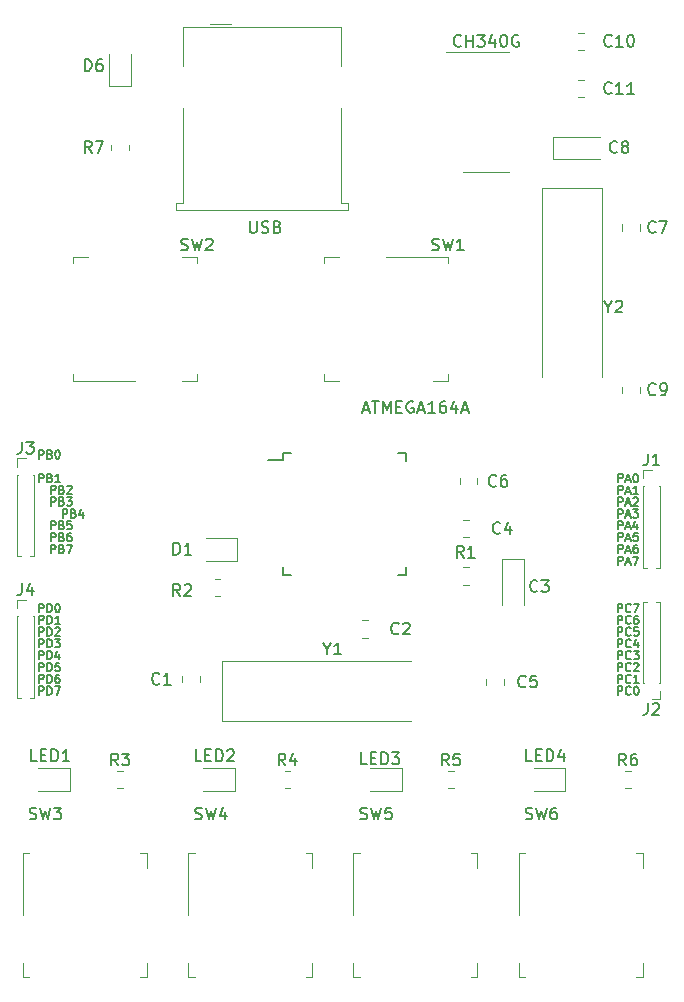
<source format=gbr>
%TF.GenerationSoftware,KiCad,Pcbnew,(6.0.5)*%
%TF.CreationDate,2022-06-16T01:18:26+03:00*%
%TF.ProjectId,P2_Neata_Adrian+Radulescu,50325f4e-6561-4746-915f-41647269616e,rev?*%
%TF.SameCoordinates,Original*%
%TF.FileFunction,Legend,Top*%
%TF.FilePolarity,Positive*%
%FSLAX46Y46*%
G04 Gerber Fmt 4.6, Leading zero omitted, Abs format (unit mm)*
G04 Created by KiCad (PCBNEW (6.0.5)) date 2022-06-16 01:18:26*
%MOMM*%
%LPD*%
G01*
G04 APERTURE LIST*
%ADD10C,0.150000*%
%ADD11C,0.120000*%
G04 APERTURE END LIST*
D10*
X41133333Y-95316666D02*
X41133333Y-94616666D01*
X41400000Y-94616666D01*
X41466666Y-94650000D01*
X41500000Y-94683333D01*
X41533333Y-94750000D01*
X41533333Y-94850000D01*
X41500000Y-94916666D01*
X41466666Y-94950000D01*
X41400000Y-94983333D01*
X41133333Y-94983333D01*
X41833333Y-95316666D02*
X41833333Y-94616666D01*
X42000000Y-94616666D01*
X42100000Y-94650000D01*
X42166666Y-94716666D01*
X42200000Y-94783333D01*
X42233333Y-94916666D01*
X42233333Y-95016666D01*
X42200000Y-95150000D01*
X42166666Y-95216666D01*
X42100000Y-95283333D01*
X42000000Y-95316666D01*
X41833333Y-95316666D01*
X42900000Y-95316666D02*
X42500000Y-95316666D01*
X42700000Y-95316666D02*
X42700000Y-94616666D01*
X42633333Y-94716666D01*
X42566666Y-94783333D01*
X42500000Y-94816666D01*
X41133333Y-100316666D02*
X41133333Y-99616666D01*
X41400000Y-99616666D01*
X41466666Y-99650000D01*
X41500000Y-99683333D01*
X41533333Y-99750000D01*
X41533333Y-99850000D01*
X41500000Y-99916666D01*
X41466666Y-99950000D01*
X41400000Y-99983333D01*
X41133333Y-99983333D01*
X41833333Y-100316666D02*
X41833333Y-99616666D01*
X42000000Y-99616666D01*
X42100000Y-99650000D01*
X42166666Y-99716666D01*
X42200000Y-99783333D01*
X42233333Y-99916666D01*
X42233333Y-100016666D01*
X42200000Y-100150000D01*
X42166666Y-100216666D01*
X42100000Y-100283333D01*
X42000000Y-100316666D01*
X41833333Y-100316666D01*
X42833333Y-99616666D02*
X42700000Y-99616666D01*
X42633333Y-99650000D01*
X42600000Y-99683333D01*
X42533333Y-99783333D01*
X42500000Y-99916666D01*
X42500000Y-100183333D01*
X42533333Y-100250000D01*
X42566666Y-100283333D01*
X42633333Y-100316666D01*
X42766666Y-100316666D01*
X42833333Y-100283333D01*
X42866666Y-100250000D01*
X42900000Y-100183333D01*
X42900000Y-100016666D01*
X42866666Y-99950000D01*
X42833333Y-99916666D01*
X42766666Y-99883333D01*
X42633333Y-99883333D01*
X42566666Y-99916666D01*
X42533333Y-99950000D01*
X42500000Y-100016666D01*
X41133333Y-97316666D02*
X41133333Y-96616666D01*
X41400000Y-96616666D01*
X41466666Y-96650000D01*
X41500000Y-96683333D01*
X41533333Y-96750000D01*
X41533333Y-96850000D01*
X41500000Y-96916666D01*
X41466666Y-96950000D01*
X41400000Y-96983333D01*
X41133333Y-96983333D01*
X41833333Y-97316666D02*
X41833333Y-96616666D01*
X42000000Y-96616666D01*
X42100000Y-96650000D01*
X42166666Y-96716666D01*
X42200000Y-96783333D01*
X42233333Y-96916666D01*
X42233333Y-97016666D01*
X42200000Y-97150000D01*
X42166666Y-97216666D01*
X42100000Y-97283333D01*
X42000000Y-97316666D01*
X41833333Y-97316666D01*
X42466666Y-96616666D02*
X42900000Y-96616666D01*
X42666666Y-96883333D01*
X42766666Y-96883333D01*
X42833333Y-96916666D01*
X42866666Y-96950000D01*
X42900000Y-97016666D01*
X42900000Y-97183333D01*
X42866666Y-97250000D01*
X42833333Y-97283333D01*
X42766666Y-97316666D01*
X42566666Y-97316666D01*
X42500000Y-97283333D01*
X42466666Y-97250000D01*
X41133333Y-101316666D02*
X41133333Y-100616666D01*
X41400000Y-100616666D01*
X41466666Y-100650000D01*
X41500000Y-100683333D01*
X41533333Y-100750000D01*
X41533333Y-100850000D01*
X41500000Y-100916666D01*
X41466666Y-100950000D01*
X41400000Y-100983333D01*
X41133333Y-100983333D01*
X41833333Y-101316666D02*
X41833333Y-100616666D01*
X42000000Y-100616666D01*
X42100000Y-100650000D01*
X42166666Y-100716666D01*
X42200000Y-100783333D01*
X42233333Y-100916666D01*
X42233333Y-101016666D01*
X42200000Y-101150000D01*
X42166666Y-101216666D01*
X42100000Y-101283333D01*
X42000000Y-101316666D01*
X41833333Y-101316666D01*
X42466666Y-100616666D02*
X42933333Y-100616666D01*
X42633333Y-101316666D01*
X41133333Y-99316666D02*
X41133333Y-98616666D01*
X41400000Y-98616666D01*
X41466666Y-98650000D01*
X41500000Y-98683333D01*
X41533333Y-98750000D01*
X41533333Y-98850000D01*
X41500000Y-98916666D01*
X41466666Y-98950000D01*
X41400000Y-98983333D01*
X41133333Y-98983333D01*
X41833333Y-99316666D02*
X41833333Y-98616666D01*
X42000000Y-98616666D01*
X42100000Y-98650000D01*
X42166666Y-98716666D01*
X42200000Y-98783333D01*
X42233333Y-98916666D01*
X42233333Y-99016666D01*
X42200000Y-99150000D01*
X42166666Y-99216666D01*
X42100000Y-99283333D01*
X42000000Y-99316666D01*
X41833333Y-99316666D01*
X42866666Y-98616666D02*
X42533333Y-98616666D01*
X42500000Y-98950000D01*
X42533333Y-98916666D01*
X42600000Y-98883333D01*
X42766666Y-98883333D01*
X42833333Y-98916666D01*
X42866666Y-98950000D01*
X42900000Y-99016666D01*
X42900000Y-99183333D01*
X42866666Y-99250000D01*
X42833333Y-99283333D01*
X42766666Y-99316666D01*
X42600000Y-99316666D01*
X42533333Y-99283333D01*
X42500000Y-99250000D01*
X41133333Y-96316666D02*
X41133333Y-95616666D01*
X41400000Y-95616666D01*
X41466666Y-95650000D01*
X41500000Y-95683333D01*
X41533333Y-95750000D01*
X41533333Y-95850000D01*
X41500000Y-95916666D01*
X41466666Y-95950000D01*
X41400000Y-95983333D01*
X41133333Y-95983333D01*
X41833333Y-96316666D02*
X41833333Y-95616666D01*
X42000000Y-95616666D01*
X42100000Y-95650000D01*
X42166666Y-95716666D01*
X42200000Y-95783333D01*
X42233333Y-95916666D01*
X42233333Y-96016666D01*
X42200000Y-96150000D01*
X42166666Y-96216666D01*
X42100000Y-96283333D01*
X42000000Y-96316666D01*
X41833333Y-96316666D01*
X42500000Y-95683333D02*
X42533333Y-95650000D01*
X42600000Y-95616666D01*
X42766666Y-95616666D01*
X42833333Y-95650000D01*
X42866666Y-95683333D01*
X42900000Y-95750000D01*
X42900000Y-95816666D01*
X42866666Y-95916666D01*
X42466666Y-96316666D01*
X42900000Y-96316666D01*
X41133333Y-98316666D02*
X41133333Y-97616666D01*
X41400000Y-97616666D01*
X41466666Y-97650000D01*
X41500000Y-97683333D01*
X41533333Y-97750000D01*
X41533333Y-97850000D01*
X41500000Y-97916666D01*
X41466666Y-97950000D01*
X41400000Y-97983333D01*
X41133333Y-97983333D01*
X41833333Y-98316666D02*
X41833333Y-97616666D01*
X42000000Y-97616666D01*
X42100000Y-97650000D01*
X42166666Y-97716666D01*
X42200000Y-97783333D01*
X42233333Y-97916666D01*
X42233333Y-98016666D01*
X42200000Y-98150000D01*
X42166666Y-98216666D01*
X42100000Y-98283333D01*
X42000000Y-98316666D01*
X41833333Y-98316666D01*
X42833333Y-97850000D02*
X42833333Y-98316666D01*
X42666666Y-97583333D02*
X42500000Y-98083333D01*
X42933333Y-98083333D01*
X41133333Y-94316666D02*
X41133333Y-93616666D01*
X41400000Y-93616666D01*
X41466666Y-93650000D01*
X41500000Y-93683333D01*
X41533333Y-93750000D01*
X41533333Y-93850000D01*
X41500000Y-93916666D01*
X41466666Y-93950000D01*
X41400000Y-93983333D01*
X41133333Y-93983333D01*
X41833333Y-94316666D02*
X41833333Y-93616666D01*
X42000000Y-93616666D01*
X42100000Y-93650000D01*
X42166666Y-93716666D01*
X42200000Y-93783333D01*
X42233333Y-93916666D01*
X42233333Y-94016666D01*
X42200000Y-94150000D01*
X42166666Y-94216666D01*
X42100000Y-94283333D01*
X42000000Y-94316666D01*
X41833333Y-94316666D01*
X42666666Y-93616666D02*
X42733333Y-93616666D01*
X42800000Y-93650000D01*
X42833333Y-93683333D01*
X42866666Y-93750000D01*
X42900000Y-93883333D01*
X42900000Y-94050000D01*
X42866666Y-94183333D01*
X42833333Y-94250000D01*
X42800000Y-94283333D01*
X42733333Y-94316666D01*
X42666666Y-94316666D01*
X42600000Y-94283333D01*
X42566666Y-94250000D01*
X42533333Y-94183333D01*
X42500000Y-94050000D01*
X42500000Y-93883333D01*
X42533333Y-93750000D01*
X42566666Y-93683333D01*
X42600000Y-93650000D01*
X42666666Y-93616666D01*
X41133333Y-83316666D02*
X41133333Y-82616666D01*
X41400000Y-82616666D01*
X41466666Y-82650000D01*
X41500000Y-82683333D01*
X41533333Y-82750000D01*
X41533333Y-82850000D01*
X41500000Y-82916666D01*
X41466666Y-82950000D01*
X41400000Y-82983333D01*
X41133333Y-82983333D01*
X42066666Y-82950000D02*
X42166666Y-82983333D01*
X42200000Y-83016666D01*
X42233333Y-83083333D01*
X42233333Y-83183333D01*
X42200000Y-83250000D01*
X42166666Y-83283333D01*
X42100000Y-83316666D01*
X41833333Y-83316666D01*
X41833333Y-82616666D01*
X42066666Y-82616666D01*
X42133333Y-82650000D01*
X42166666Y-82683333D01*
X42200000Y-82750000D01*
X42200000Y-82816666D01*
X42166666Y-82883333D01*
X42133333Y-82916666D01*
X42066666Y-82950000D01*
X41833333Y-82950000D01*
X42900000Y-83316666D02*
X42500000Y-83316666D01*
X42700000Y-83316666D02*
X42700000Y-82616666D01*
X42633333Y-82716666D01*
X42566666Y-82783333D01*
X42500000Y-82816666D01*
X42133333Y-88316666D02*
X42133333Y-87616666D01*
X42400000Y-87616666D01*
X42466666Y-87650000D01*
X42500000Y-87683333D01*
X42533333Y-87750000D01*
X42533333Y-87850000D01*
X42500000Y-87916666D01*
X42466666Y-87950000D01*
X42400000Y-87983333D01*
X42133333Y-87983333D01*
X43066666Y-87950000D02*
X43166666Y-87983333D01*
X43200000Y-88016666D01*
X43233333Y-88083333D01*
X43233333Y-88183333D01*
X43200000Y-88250000D01*
X43166666Y-88283333D01*
X43100000Y-88316666D01*
X42833333Y-88316666D01*
X42833333Y-87616666D01*
X43066666Y-87616666D01*
X43133333Y-87650000D01*
X43166666Y-87683333D01*
X43200000Y-87750000D01*
X43200000Y-87816666D01*
X43166666Y-87883333D01*
X43133333Y-87916666D01*
X43066666Y-87950000D01*
X42833333Y-87950000D01*
X43833333Y-87616666D02*
X43700000Y-87616666D01*
X43633333Y-87650000D01*
X43600000Y-87683333D01*
X43533333Y-87783333D01*
X43500000Y-87916666D01*
X43500000Y-88183333D01*
X43533333Y-88250000D01*
X43566666Y-88283333D01*
X43633333Y-88316666D01*
X43766666Y-88316666D01*
X43833333Y-88283333D01*
X43866666Y-88250000D01*
X43900000Y-88183333D01*
X43900000Y-88016666D01*
X43866666Y-87950000D01*
X43833333Y-87916666D01*
X43766666Y-87883333D01*
X43633333Y-87883333D01*
X43566666Y-87916666D01*
X43533333Y-87950000D01*
X43500000Y-88016666D01*
X42133333Y-85316666D02*
X42133333Y-84616666D01*
X42400000Y-84616666D01*
X42466666Y-84650000D01*
X42500000Y-84683333D01*
X42533333Y-84750000D01*
X42533333Y-84850000D01*
X42500000Y-84916666D01*
X42466666Y-84950000D01*
X42400000Y-84983333D01*
X42133333Y-84983333D01*
X43066666Y-84950000D02*
X43166666Y-84983333D01*
X43200000Y-85016666D01*
X43233333Y-85083333D01*
X43233333Y-85183333D01*
X43200000Y-85250000D01*
X43166666Y-85283333D01*
X43100000Y-85316666D01*
X42833333Y-85316666D01*
X42833333Y-84616666D01*
X43066666Y-84616666D01*
X43133333Y-84650000D01*
X43166666Y-84683333D01*
X43200000Y-84750000D01*
X43200000Y-84816666D01*
X43166666Y-84883333D01*
X43133333Y-84916666D01*
X43066666Y-84950000D01*
X42833333Y-84950000D01*
X43466666Y-84616666D02*
X43900000Y-84616666D01*
X43666666Y-84883333D01*
X43766666Y-84883333D01*
X43833333Y-84916666D01*
X43866666Y-84950000D01*
X43900000Y-85016666D01*
X43900000Y-85183333D01*
X43866666Y-85250000D01*
X43833333Y-85283333D01*
X43766666Y-85316666D01*
X43566666Y-85316666D01*
X43500000Y-85283333D01*
X43466666Y-85250000D01*
X42133333Y-89316666D02*
X42133333Y-88616666D01*
X42400000Y-88616666D01*
X42466666Y-88650000D01*
X42500000Y-88683333D01*
X42533333Y-88750000D01*
X42533333Y-88850000D01*
X42500000Y-88916666D01*
X42466666Y-88950000D01*
X42400000Y-88983333D01*
X42133333Y-88983333D01*
X43066666Y-88950000D02*
X43166666Y-88983333D01*
X43200000Y-89016666D01*
X43233333Y-89083333D01*
X43233333Y-89183333D01*
X43200000Y-89250000D01*
X43166666Y-89283333D01*
X43100000Y-89316666D01*
X42833333Y-89316666D01*
X42833333Y-88616666D01*
X43066666Y-88616666D01*
X43133333Y-88650000D01*
X43166666Y-88683333D01*
X43200000Y-88750000D01*
X43200000Y-88816666D01*
X43166666Y-88883333D01*
X43133333Y-88916666D01*
X43066666Y-88950000D01*
X42833333Y-88950000D01*
X43466666Y-88616666D02*
X43933333Y-88616666D01*
X43633333Y-89316666D01*
X42133333Y-87316666D02*
X42133333Y-86616666D01*
X42400000Y-86616666D01*
X42466666Y-86650000D01*
X42500000Y-86683333D01*
X42533333Y-86750000D01*
X42533333Y-86850000D01*
X42500000Y-86916666D01*
X42466666Y-86950000D01*
X42400000Y-86983333D01*
X42133333Y-86983333D01*
X43066666Y-86950000D02*
X43166666Y-86983333D01*
X43200000Y-87016666D01*
X43233333Y-87083333D01*
X43233333Y-87183333D01*
X43200000Y-87250000D01*
X43166666Y-87283333D01*
X43100000Y-87316666D01*
X42833333Y-87316666D01*
X42833333Y-86616666D01*
X43066666Y-86616666D01*
X43133333Y-86650000D01*
X43166666Y-86683333D01*
X43200000Y-86750000D01*
X43200000Y-86816666D01*
X43166666Y-86883333D01*
X43133333Y-86916666D01*
X43066666Y-86950000D01*
X42833333Y-86950000D01*
X43866666Y-86616666D02*
X43533333Y-86616666D01*
X43500000Y-86950000D01*
X43533333Y-86916666D01*
X43600000Y-86883333D01*
X43766666Y-86883333D01*
X43833333Y-86916666D01*
X43866666Y-86950000D01*
X43900000Y-87016666D01*
X43900000Y-87183333D01*
X43866666Y-87250000D01*
X43833333Y-87283333D01*
X43766666Y-87316666D01*
X43600000Y-87316666D01*
X43533333Y-87283333D01*
X43500000Y-87250000D01*
X42133333Y-84316666D02*
X42133333Y-83616666D01*
X42400000Y-83616666D01*
X42466666Y-83650000D01*
X42500000Y-83683333D01*
X42533333Y-83750000D01*
X42533333Y-83850000D01*
X42500000Y-83916666D01*
X42466666Y-83950000D01*
X42400000Y-83983333D01*
X42133333Y-83983333D01*
X43066666Y-83950000D02*
X43166666Y-83983333D01*
X43200000Y-84016666D01*
X43233333Y-84083333D01*
X43233333Y-84183333D01*
X43200000Y-84250000D01*
X43166666Y-84283333D01*
X43100000Y-84316666D01*
X42833333Y-84316666D01*
X42833333Y-83616666D01*
X43066666Y-83616666D01*
X43133333Y-83650000D01*
X43166666Y-83683333D01*
X43200000Y-83750000D01*
X43200000Y-83816666D01*
X43166666Y-83883333D01*
X43133333Y-83916666D01*
X43066666Y-83950000D01*
X42833333Y-83950000D01*
X43500000Y-83683333D02*
X43533333Y-83650000D01*
X43600000Y-83616666D01*
X43766666Y-83616666D01*
X43833333Y-83650000D01*
X43866666Y-83683333D01*
X43900000Y-83750000D01*
X43900000Y-83816666D01*
X43866666Y-83916666D01*
X43466666Y-84316666D01*
X43900000Y-84316666D01*
X43133333Y-86316666D02*
X43133333Y-85616666D01*
X43400000Y-85616666D01*
X43466666Y-85650000D01*
X43500000Y-85683333D01*
X43533333Y-85750000D01*
X43533333Y-85850000D01*
X43500000Y-85916666D01*
X43466666Y-85950000D01*
X43400000Y-85983333D01*
X43133333Y-85983333D01*
X44066666Y-85950000D02*
X44166666Y-85983333D01*
X44200000Y-86016666D01*
X44233333Y-86083333D01*
X44233333Y-86183333D01*
X44200000Y-86250000D01*
X44166666Y-86283333D01*
X44100000Y-86316666D01*
X43833333Y-86316666D01*
X43833333Y-85616666D01*
X44066666Y-85616666D01*
X44133333Y-85650000D01*
X44166666Y-85683333D01*
X44200000Y-85750000D01*
X44200000Y-85816666D01*
X44166666Y-85883333D01*
X44133333Y-85916666D01*
X44066666Y-85950000D01*
X43833333Y-85950000D01*
X44833333Y-85850000D02*
X44833333Y-86316666D01*
X44666666Y-85583333D02*
X44500000Y-86083333D01*
X44933333Y-86083333D01*
X41133333Y-81316666D02*
X41133333Y-80616666D01*
X41400000Y-80616666D01*
X41466666Y-80650000D01*
X41500000Y-80683333D01*
X41533333Y-80750000D01*
X41533333Y-80850000D01*
X41500000Y-80916666D01*
X41466666Y-80950000D01*
X41400000Y-80983333D01*
X41133333Y-80983333D01*
X42066666Y-80950000D02*
X42166666Y-80983333D01*
X42200000Y-81016666D01*
X42233333Y-81083333D01*
X42233333Y-81183333D01*
X42200000Y-81250000D01*
X42166666Y-81283333D01*
X42100000Y-81316666D01*
X41833333Y-81316666D01*
X41833333Y-80616666D01*
X42066666Y-80616666D01*
X42133333Y-80650000D01*
X42166666Y-80683333D01*
X42200000Y-80750000D01*
X42200000Y-80816666D01*
X42166666Y-80883333D01*
X42133333Y-80916666D01*
X42066666Y-80950000D01*
X41833333Y-80950000D01*
X42666666Y-80616666D02*
X42733333Y-80616666D01*
X42800000Y-80650000D01*
X42833333Y-80683333D01*
X42866666Y-80750000D01*
X42900000Y-80883333D01*
X42900000Y-81050000D01*
X42866666Y-81183333D01*
X42833333Y-81250000D01*
X42800000Y-81283333D01*
X42733333Y-81316666D01*
X42666666Y-81316666D01*
X42600000Y-81283333D01*
X42566666Y-81250000D01*
X42533333Y-81183333D01*
X42500000Y-81050000D01*
X42500000Y-80883333D01*
X42533333Y-80750000D01*
X42566666Y-80683333D01*
X42600000Y-80650000D01*
X42666666Y-80616666D01*
X90133333Y-95316666D02*
X90133333Y-94616666D01*
X90400000Y-94616666D01*
X90466666Y-94650000D01*
X90500000Y-94683333D01*
X90533333Y-94750000D01*
X90533333Y-94850000D01*
X90500000Y-94916666D01*
X90466666Y-94950000D01*
X90400000Y-94983333D01*
X90133333Y-94983333D01*
X91233333Y-95250000D02*
X91200000Y-95283333D01*
X91100000Y-95316666D01*
X91033333Y-95316666D01*
X90933333Y-95283333D01*
X90866666Y-95216666D01*
X90833333Y-95150000D01*
X90800000Y-95016666D01*
X90800000Y-94916666D01*
X90833333Y-94783333D01*
X90866666Y-94716666D01*
X90933333Y-94650000D01*
X91033333Y-94616666D01*
X91100000Y-94616666D01*
X91200000Y-94650000D01*
X91233333Y-94683333D01*
X91833333Y-94616666D02*
X91700000Y-94616666D01*
X91633333Y-94650000D01*
X91600000Y-94683333D01*
X91533333Y-94783333D01*
X91500000Y-94916666D01*
X91500000Y-95183333D01*
X91533333Y-95250000D01*
X91566666Y-95283333D01*
X91633333Y-95316666D01*
X91766666Y-95316666D01*
X91833333Y-95283333D01*
X91866666Y-95250000D01*
X91900000Y-95183333D01*
X91900000Y-95016666D01*
X91866666Y-94950000D01*
X91833333Y-94916666D01*
X91766666Y-94883333D01*
X91633333Y-94883333D01*
X91566666Y-94916666D01*
X91533333Y-94950000D01*
X91500000Y-95016666D01*
X90133333Y-100316666D02*
X90133333Y-99616666D01*
X90400000Y-99616666D01*
X90466666Y-99650000D01*
X90500000Y-99683333D01*
X90533333Y-99750000D01*
X90533333Y-99850000D01*
X90500000Y-99916666D01*
X90466666Y-99950000D01*
X90400000Y-99983333D01*
X90133333Y-99983333D01*
X91233333Y-100250000D02*
X91200000Y-100283333D01*
X91100000Y-100316666D01*
X91033333Y-100316666D01*
X90933333Y-100283333D01*
X90866666Y-100216666D01*
X90833333Y-100150000D01*
X90800000Y-100016666D01*
X90800000Y-99916666D01*
X90833333Y-99783333D01*
X90866666Y-99716666D01*
X90933333Y-99650000D01*
X91033333Y-99616666D01*
X91100000Y-99616666D01*
X91200000Y-99650000D01*
X91233333Y-99683333D01*
X91900000Y-100316666D02*
X91500000Y-100316666D01*
X91700000Y-100316666D02*
X91700000Y-99616666D01*
X91633333Y-99716666D01*
X91566666Y-99783333D01*
X91500000Y-99816666D01*
X90133333Y-97316666D02*
X90133333Y-96616666D01*
X90400000Y-96616666D01*
X90466666Y-96650000D01*
X90500000Y-96683333D01*
X90533333Y-96750000D01*
X90533333Y-96850000D01*
X90500000Y-96916666D01*
X90466666Y-96950000D01*
X90400000Y-96983333D01*
X90133333Y-96983333D01*
X91233333Y-97250000D02*
X91200000Y-97283333D01*
X91100000Y-97316666D01*
X91033333Y-97316666D01*
X90933333Y-97283333D01*
X90866666Y-97216666D01*
X90833333Y-97150000D01*
X90800000Y-97016666D01*
X90800000Y-96916666D01*
X90833333Y-96783333D01*
X90866666Y-96716666D01*
X90933333Y-96650000D01*
X91033333Y-96616666D01*
X91100000Y-96616666D01*
X91200000Y-96650000D01*
X91233333Y-96683333D01*
X91833333Y-96850000D02*
X91833333Y-97316666D01*
X91666666Y-96583333D02*
X91500000Y-97083333D01*
X91933333Y-97083333D01*
X90133333Y-101316666D02*
X90133333Y-100616666D01*
X90400000Y-100616666D01*
X90466666Y-100650000D01*
X90500000Y-100683333D01*
X90533333Y-100750000D01*
X90533333Y-100850000D01*
X90500000Y-100916666D01*
X90466666Y-100950000D01*
X90400000Y-100983333D01*
X90133333Y-100983333D01*
X91233333Y-101250000D02*
X91200000Y-101283333D01*
X91100000Y-101316666D01*
X91033333Y-101316666D01*
X90933333Y-101283333D01*
X90866666Y-101216666D01*
X90833333Y-101150000D01*
X90800000Y-101016666D01*
X90800000Y-100916666D01*
X90833333Y-100783333D01*
X90866666Y-100716666D01*
X90933333Y-100650000D01*
X91033333Y-100616666D01*
X91100000Y-100616666D01*
X91200000Y-100650000D01*
X91233333Y-100683333D01*
X91666666Y-100616666D02*
X91733333Y-100616666D01*
X91800000Y-100650000D01*
X91833333Y-100683333D01*
X91866666Y-100750000D01*
X91900000Y-100883333D01*
X91900000Y-101050000D01*
X91866666Y-101183333D01*
X91833333Y-101250000D01*
X91800000Y-101283333D01*
X91733333Y-101316666D01*
X91666666Y-101316666D01*
X91600000Y-101283333D01*
X91566666Y-101250000D01*
X91533333Y-101183333D01*
X91500000Y-101050000D01*
X91500000Y-100883333D01*
X91533333Y-100750000D01*
X91566666Y-100683333D01*
X91600000Y-100650000D01*
X91666666Y-100616666D01*
X90133333Y-99316666D02*
X90133333Y-98616666D01*
X90400000Y-98616666D01*
X90466666Y-98650000D01*
X90500000Y-98683333D01*
X90533333Y-98750000D01*
X90533333Y-98850000D01*
X90500000Y-98916666D01*
X90466666Y-98950000D01*
X90400000Y-98983333D01*
X90133333Y-98983333D01*
X91233333Y-99250000D02*
X91200000Y-99283333D01*
X91100000Y-99316666D01*
X91033333Y-99316666D01*
X90933333Y-99283333D01*
X90866666Y-99216666D01*
X90833333Y-99150000D01*
X90800000Y-99016666D01*
X90800000Y-98916666D01*
X90833333Y-98783333D01*
X90866666Y-98716666D01*
X90933333Y-98650000D01*
X91033333Y-98616666D01*
X91100000Y-98616666D01*
X91200000Y-98650000D01*
X91233333Y-98683333D01*
X91500000Y-98683333D02*
X91533333Y-98650000D01*
X91600000Y-98616666D01*
X91766666Y-98616666D01*
X91833333Y-98650000D01*
X91866666Y-98683333D01*
X91900000Y-98750000D01*
X91900000Y-98816666D01*
X91866666Y-98916666D01*
X91466666Y-99316666D01*
X91900000Y-99316666D01*
X90133333Y-96316666D02*
X90133333Y-95616666D01*
X90400000Y-95616666D01*
X90466666Y-95650000D01*
X90500000Y-95683333D01*
X90533333Y-95750000D01*
X90533333Y-95850000D01*
X90500000Y-95916666D01*
X90466666Y-95950000D01*
X90400000Y-95983333D01*
X90133333Y-95983333D01*
X91233333Y-96250000D02*
X91200000Y-96283333D01*
X91100000Y-96316666D01*
X91033333Y-96316666D01*
X90933333Y-96283333D01*
X90866666Y-96216666D01*
X90833333Y-96150000D01*
X90800000Y-96016666D01*
X90800000Y-95916666D01*
X90833333Y-95783333D01*
X90866666Y-95716666D01*
X90933333Y-95650000D01*
X91033333Y-95616666D01*
X91100000Y-95616666D01*
X91200000Y-95650000D01*
X91233333Y-95683333D01*
X91866666Y-95616666D02*
X91533333Y-95616666D01*
X91500000Y-95950000D01*
X91533333Y-95916666D01*
X91600000Y-95883333D01*
X91766666Y-95883333D01*
X91833333Y-95916666D01*
X91866666Y-95950000D01*
X91900000Y-96016666D01*
X91900000Y-96183333D01*
X91866666Y-96250000D01*
X91833333Y-96283333D01*
X91766666Y-96316666D01*
X91600000Y-96316666D01*
X91533333Y-96283333D01*
X91500000Y-96250000D01*
X90133333Y-98316666D02*
X90133333Y-97616666D01*
X90400000Y-97616666D01*
X90466666Y-97650000D01*
X90500000Y-97683333D01*
X90533333Y-97750000D01*
X90533333Y-97850000D01*
X90500000Y-97916666D01*
X90466666Y-97950000D01*
X90400000Y-97983333D01*
X90133333Y-97983333D01*
X91233333Y-98250000D02*
X91200000Y-98283333D01*
X91100000Y-98316666D01*
X91033333Y-98316666D01*
X90933333Y-98283333D01*
X90866666Y-98216666D01*
X90833333Y-98150000D01*
X90800000Y-98016666D01*
X90800000Y-97916666D01*
X90833333Y-97783333D01*
X90866666Y-97716666D01*
X90933333Y-97650000D01*
X91033333Y-97616666D01*
X91100000Y-97616666D01*
X91200000Y-97650000D01*
X91233333Y-97683333D01*
X91466666Y-97616666D02*
X91900000Y-97616666D01*
X91666666Y-97883333D01*
X91766666Y-97883333D01*
X91833333Y-97916666D01*
X91866666Y-97950000D01*
X91900000Y-98016666D01*
X91900000Y-98183333D01*
X91866666Y-98250000D01*
X91833333Y-98283333D01*
X91766666Y-98316666D01*
X91566666Y-98316666D01*
X91500000Y-98283333D01*
X91466666Y-98250000D01*
X90133333Y-94316666D02*
X90133333Y-93616666D01*
X90400000Y-93616666D01*
X90466666Y-93650000D01*
X90500000Y-93683333D01*
X90533333Y-93750000D01*
X90533333Y-93850000D01*
X90500000Y-93916666D01*
X90466666Y-93950000D01*
X90400000Y-93983333D01*
X90133333Y-93983333D01*
X91233333Y-94250000D02*
X91200000Y-94283333D01*
X91100000Y-94316666D01*
X91033333Y-94316666D01*
X90933333Y-94283333D01*
X90866666Y-94216666D01*
X90833333Y-94150000D01*
X90800000Y-94016666D01*
X90800000Y-93916666D01*
X90833333Y-93783333D01*
X90866666Y-93716666D01*
X90933333Y-93650000D01*
X91033333Y-93616666D01*
X91100000Y-93616666D01*
X91200000Y-93650000D01*
X91233333Y-93683333D01*
X91466666Y-93616666D02*
X91933333Y-93616666D01*
X91633333Y-94316666D01*
X90183333Y-90316666D02*
X90183333Y-89616666D01*
X90450000Y-89616666D01*
X90516666Y-89650000D01*
X90550000Y-89683333D01*
X90583333Y-89750000D01*
X90583333Y-89850000D01*
X90550000Y-89916666D01*
X90516666Y-89950000D01*
X90450000Y-89983333D01*
X90183333Y-89983333D01*
X90850000Y-90116666D02*
X91183333Y-90116666D01*
X90783333Y-90316666D02*
X91016666Y-89616666D01*
X91250000Y-90316666D01*
X91416666Y-89616666D02*
X91883333Y-89616666D01*
X91583333Y-90316666D01*
X90183333Y-89316666D02*
X90183333Y-88616666D01*
X90450000Y-88616666D01*
X90516666Y-88650000D01*
X90550000Y-88683333D01*
X90583333Y-88750000D01*
X90583333Y-88850000D01*
X90550000Y-88916666D01*
X90516666Y-88950000D01*
X90450000Y-88983333D01*
X90183333Y-88983333D01*
X90850000Y-89116666D02*
X91183333Y-89116666D01*
X90783333Y-89316666D02*
X91016666Y-88616666D01*
X91250000Y-89316666D01*
X91783333Y-88616666D02*
X91650000Y-88616666D01*
X91583333Y-88650000D01*
X91550000Y-88683333D01*
X91483333Y-88783333D01*
X91450000Y-88916666D01*
X91450000Y-89183333D01*
X91483333Y-89250000D01*
X91516666Y-89283333D01*
X91583333Y-89316666D01*
X91716666Y-89316666D01*
X91783333Y-89283333D01*
X91816666Y-89250000D01*
X91850000Y-89183333D01*
X91850000Y-89016666D01*
X91816666Y-88950000D01*
X91783333Y-88916666D01*
X91716666Y-88883333D01*
X91583333Y-88883333D01*
X91516666Y-88916666D01*
X91483333Y-88950000D01*
X91450000Y-89016666D01*
X90183333Y-88316666D02*
X90183333Y-87616666D01*
X90450000Y-87616666D01*
X90516666Y-87650000D01*
X90550000Y-87683333D01*
X90583333Y-87750000D01*
X90583333Y-87850000D01*
X90550000Y-87916666D01*
X90516666Y-87950000D01*
X90450000Y-87983333D01*
X90183333Y-87983333D01*
X90850000Y-88116666D02*
X91183333Y-88116666D01*
X90783333Y-88316666D02*
X91016666Y-87616666D01*
X91250000Y-88316666D01*
X91816666Y-87616666D02*
X91483333Y-87616666D01*
X91450000Y-87950000D01*
X91483333Y-87916666D01*
X91550000Y-87883333D01*
X91716666Y-87883333D01*
X91783333Y-87916666D01*
X91816666Y-87950000D01*
X91850000Y-88016666D01*
X91850000Y-88183333D01*
X91816666Y-88250000D01*
X91783333Y-88283333D01*
X91716666Y-88316666D01*
X91550000Y-88316666D01*
X91483333Y-88283333D01*
X91450000Y-88250000D01*
X90183333Y-87316666D02*
X90183333Y-86616666D01*
X90450000Y-86616666D01*
X90516666Y-86650000D01*
X90550000Y-86683333D01*
X90583333Y-86750000D01*
X90583333Y-86850000D01*
X90550000Y-86916666D01*
X90516666Y-86950000D01*
X90450000Y-86983333D01*
X90183333Y-86983333D01*
X90850000Y-87116666D02*
X91183333Y-87116666D01*
X90783333Y-87316666D02*
X91016666Y-86616666D01*
X91250000Y-87316666D01*
X91783333Y-86850000D02*
X91783333Y-87316666D01*
X91616666Y-86583333D02*
X91450000Y-87083333D01*
X91883333Y-87083333D01*
X90183333Y-86316666D02*
X90183333Y-85616666D01*
X90450000Y-85616666D01*
X90516666Y-85650000D01*
X90550000Y-85683333D01*
X90583333Y-85750000D01*
X90583333Y-85850000D01*
X90550000Y-85916666D01*
X90516666Y-85950000D01*
X90450000Y-85983333D01*
X90183333Y-85983333D01*
X90850000Y-86116666D02*
X91183333Y-86116666D01*
X90783333Y-86316666D02*
X91016666Y-85616666D01*
X91250000Y-86316666D01*
X91416666Y-85616666D02*
X91850000Y-85616666D01*
X91616666Y-85883333D01*
X91716666Y-85883333D01*
X91783333Y-85916666D01*
X91816666Y-85950000D01*
X91850000Y-86016666D01*
X91850000Y-86183333D01*
X91816666Y-86250000D01*
X91783333Y-86283333D01*
X91716666Y-86316666D01*
X91516666Y-86316666D01*
X91450000Y-86283333D01*
X91416666Y-86250000D01*
X90183333Y-85316666D02*
X90183333Y-84616666D01*
X90450000Y-84616666D01*
X90516666Y-84650000D01*
X90550000Y-84683333D01*
X90583333Y-84750000D01*
X90583333Y-84850000D01*
X90550000Y-84916666D01*
X90516666Y-84950000D01*
X90450000Y-84983333D01*
X90183333Y-84983333D01*
X90850000Y-85116666D02*
X91183333Y-85116666D01*
X90783333Y-85316666D02*
X91016666Y-84616666D01*
X91250000Y-85316666D01*
X91450000Y-84683333D02*
X91483333Y-84650000D01*
X91550000Y-84616666D01*
X91716666Y-84616666D01*
X91783333Y-84650000D01*
X91816666Y-84683333D01*
X91850000Y-84750000D01*
X91850000Y-84816666D01*
X91816666Y-84916666D01*
X91416666Y-85316666D01*
X91850000Y-85316666D01*
X90183333Y-84316666D02*
X90183333Y-83616666D01*
X90450000Y-83616666D01*
X90516666Y-83650000D01*
X90550000Y-83683333D01*
X90583333Y-83750000D01*
X90583333Y-83850000D01*
X90550000Y-83916666D01*
X90516666Y-83950000D01*
X90450000Y-83983333D01*
X90183333Y-83983333D01*
X90850000Y-84116666D02*
X91183333Y-84116666D01*
X90783333Y-84316666D02*
X91016666Y-83616666D01*
X91250000Y-84316666D01*
X91850000Y-84316666D02*
X91450000Y-84316666D01*
X91650000Y-84316666D02*
X91650000Y-83616666D01*
X91583333Y-83716666D01*
X91516666Y-83783333D01*
X91450000Y-83816666D01*
X90183333Y-83316666D02*
X90183333Y-82616666D01*
X90450000Y-82616666D01*
X90516666Y-82650000D01*
X90550000Y-82683333D01*
X90583333Y-82750000D01*
X90583333Y-82850000D01*
X90550000Y-82916666D01*
X90516666Y-82950000D01*
X90450000Y-82983333D01*
X90183333Y-82983333D01*
X90850000Y-83116666D02*
X91183333Y-83116666D01*
X90783333Y-83316666D02*
X91016666Y-82616666D01*
X91250000Y-83316666D01*
X91616666Y-82616666D02*
X91683333Y-82616666D01*
X91750000Y-82650000D01*
X91783333Y-82683333D01*
X91816666Y-82750000D01*
X91850000Y-82883333D01*
X91850000Y-83050000D01*
X91816666Y-83183333D01*
X91783333Y-83250000D01*
X91750000Y-83283333D01*
X91683333Y-83316666D01*
X91616666Y-83316666D01*
X91550000Y-83283333D01*
X91516666Y-83250000D01*
X91483333Y-83183333D01*
X91450000Y-83050000D01*
X91450000Y-82883333D01*
X91483333Y-82750000D01*
X91516666Y-82683333D01*
X91550000Y-82650000D01*
X91616666Y-82616666D01*
%TO.C,C1*%
X51333333Y-100357142D02*
X51285714Y-100404761D01*
X51142857Y-100452380D01*
X51047619Y-100452380D01*
X50904761Y-100404761D01*
X50809523Y-100309523D01*
X50761904Y-100214285D01*
X50714285Y-100023809D01*
X50714285Y-99880952D01*
X50761904Y-99690476D01*
X50809523Y-99595238D01*
X50904761Y-99500000D01*
X51047619Y-99452380D01*
X51142857Y-99452380D01*
X51285714Y-99500000D01*
X51333333Y-99547619D01*
X52285714Y-100452380D02*
X51714285Y-100452380D01*
X52000000Y-100452380D02*
X52000000Y-99452380D01*
X51904761Y-99595238D01*
X51809523Y-99690476D01*
X51714285Y-99738095D01*
%TO.C,C2*%
X71583333Y-96107142D02*
X71535714Y-96154761D01*
X71392857Y-96202380D01*
X71297619Y-96202380D01*
X71154761Y-96154761D01*
X71059523Y-96059523D01*
X71011904Y-95964285D01*
X70964285Y-95773809D01*
X70964285Y-95630952D01*
X71011904Y-95440476D01*
X71059523Y-95345238D01*
X71154761Y-95250000D01*
X71297619Y-95202380D01*
X71392857Y-95202380D01*
X71535714Y-95250000D01*
X71583333Y-95297619D01*
X71964285Y-95297619D02*
X72011904Y-95250000D01*
X72107142Y-95202380D01*
X72345238Y-95202380D01*
X72440476Y-95250000D01*
X72488095Y-95297619D01*
X72535714Y-95392857D01*
X72535714Y-95488095D01*
X72488095Y-95630952D01*
X71916666Y-96202380D01*
X72535714Y-96202380D01*
%TO.C,C3*%
X83333333Y-92507142D02*
X83285714Y-92554761D01*
X83142857Y-92602380D01*
X83047619Y-92602380D01*
X82904761Y-92554761D01*
X82809523Y-92459523D01*
X82761904Y-92364285D01*
X82714285Y-92173809D01*
X82714285Y-92030952D01*
X82761904Y-91840476D01*
X82809523Y-91745238D01*
X82904761Y-91650000D01*
X83047619Y-91602380D01*
X83142857Y-91602380D01*
X83285714Y-91650000D01*
X83333333Y-91697619D01*
X83666666Y-91602380D02*
X84285714Y-91602380D01*
X83952380Y-91983333D01*
X84095238Y-91983333D01*
X84190476Y-92030952D01*
X84238095Y-92078571D01*
X84285714Y-92173809D01*
X84285714Y-92411904D01*
X84238095Y-92507142D01*
X84190476Y-92554761D01*
X84095238Y-92602380D01*
X83809523Y-92602380D01*
X83714285Y-92554761D01*
X83666666Y-92507142D01*
%TO.C,C4*%
X80183333Y-87607142D02*
X80135714Y-87654761D01*
X79992857Y-87702380D01*
X79897619Y-87702380D01*
X79754761Y-87654761D01*
X79659523Y-87559523D01*
X79611904Y-87464285D01*
X79564285Y-87273809D01*
X79564285Y-87130952D01*
X79611904Y-86940476D01*
X79659523Y-86845238D01*
X79754761Y-86750000D01*
X79897619Y-86702380D01*
X79992857Y-86702380D01*
X80135714Y-86750000D01*
X80183333Y-86797619D01*
X81040476Y-87035714D02*
X81040476Y-87702380D01*
X80802380Y-86654761D02*
X80564285Y-87369047D01*
X81183333Y-87369047D01*
%TO.C,C5*%
X82333333Y-100607142D02*
X82285714Y-100654761D01*
X82142857Y-100702380D01*
X82047619Y-100702380D01*
X81904761Y-100654761D01*
X81809523Y-100559523D01*
X81761904Y-100464285D01*
X81714285Y-100273809D01*
X81714285Y-100130952D01*
X81761904Y-99940476D01*
X81809523Y-99845238D01*
X81904761Y-99750000D01*
X82047619Y-99702380D01*
X82142857Y-99702380D01*
X82285714Y-99750000D01*
X82333333Y-99797619D01*
X83238095Y-99702380D02*
X82761904Y-99702380D01*
X82714285Y-100178571D01*
X82761904Y-100130952D01*
X82857142Y-100083333D01*
X83095238Y-100083333D01*
X83190476Y-100130952D01*
X83238095Y-100178571D01*
X83285714Y-100273809D01*
X83285714Y-100511904D01*
X83238095Y-100607142D01*
X83190476Y-100654761D01*
X83095238Y-100702380D01*
X82857142Y-100702380D01*
X82761904Y-100654761D01*
X82714285Y-100607142D01*
%TO.C,C6*%
X79833333Y-83607142D02*
X79785714Y-83654761D01*
X79642857Y-83702380D01*
X79547619Y-83702380D01*
X79404761Y-83654761D01*
X79309523Y-83559523D01*
X79261904Y-83464285D01*
X79214285Y-83273809D01*
X79214285Y-83130952D01*
X79261904Y-82940476D01*
X79309523Y-82845238D01*
X79404761Y-82750000D01*
X79547619Y-82702380D01*
X79642857Y-82702380D01*
X79785714Y-82750000D01*
X79833333Y-82797619D01*
X80690476Y-82702380D02*
X80500000Y-82702380D01*
X80404761Y-82750000D01*
X80357142Y-82797619D01*
X80261904Y-82940476D01*
X80214285Y-83130952D01*
X80214285Y-83511904D01*
X80261904Y-83607142D01*
X80309523Y-83654761D01*
X80404761Y-83702380D01*
X80595238Y-83702380D01*
X80690476Y-83654761D01*
X80738095Y-83607142D01*
X80785714Y-83511904D01*
X80785714Y-83273809D01*
X80738095Y-83178571D01*
X80690476Y-83130952D01*
X80595238Y-83083333D01*
X80404761Y-83083333D01*
X80309523Y-83130952D01*
X80261904Y-83178571D01*
X80214285Y-83273809D01*
%TO.C,C7*%
X93333333Y-62107142D02*
X93285714Y-62154761D01*
X93142857Y-62202380D01*
X93047619Y-62202380D01*
X92904761Y-62154761D01*
X92809523Y-62059523D01*
X92761904Y-61964285D01*
X92714285Y-61773809D01*
X92714285Y-61630952D01*
X92761904Y-61440476D01*
X92809523Y-61345238D01*
X92904761Y-61250000D01*
X93047619Y-61202380D01*
X93142857Y-61202380D01*
X93285714Y-61250000D01*
X93333333Y-61297619D01*
X93666666Y-61202380D02*
X94333333Y-61202380D01*
X93904761Y-62202380D01*
%TO.C,C8*%
X90083333Y-55357142D02*
X90035714Y-55404761D01*
X89892857Y-55452380D01*
X89797619Y-55452380D01*
X89654761Y-55404761D01*
X89559523Y-55309523D01*
X89511904Y-55214285D01*
X89464285Y-55023809D01*
X89464285Y-54880952D01*
X89511904Y-54690476D01*
X89559523Y-54595238D01*
X89654761Y-54500000D01*
X89797619Y-54452380D01*
X89892857Y-54452380D01*
X90035714Y-54500000D01*
X90083333Y-54547619D01*
X90654761Y-54880952D02*
X90559523Y-54833333D01*
X90511904Y-54785714D01*
X90464285Y-54690476D01*
X90464285Y-54642857D01*
X90511904Y-54547619D01*
X90559523Y-54500000D01*
X90654761Y-54452380D01*
X90845238Y-54452380D01*
X90940476Y-54500000D01*
X90988095Y-54547619D01*
X91035714Y-54642857D01*
X91035714Y-54690476D01*
X90988095Y-54785714D01*
X90940476Y-54833333D01*
X90845238Y-54880952D01*
X90654761Y-54880952D01*
X90559523Y-54928571D01*
X90511904Y-54976190D01*
X90464285Y-55071428D01*
X90464285Y-55261904D01*
X90511904Y-55357142D01*
X90559523Y-55404761D01*
X90654761Y-55452380D01*
X90845238Y-55452380D01*
X90940476Y-55404761D01*
X90988095Y-55357142D01*
X91035714Y-55261904D01*
X91035714Y-55071428D01*
X90988095Y-54976190D01*
X90940476Y-54928571D01*
X90845238Y-54880952D01*
%TO.C,C9*%
X93333333Y-75857142D02*
X93285714Y-75904761D01*
X93142857Y-75952380D01*
X93047619Y-75952380D01*
X92904761Y-75904761D01*
X92809523Y-75809523D01*
X92761904Y-75714285D01*
X92714285Y-75523809D01*
X92714285Y-75380952D01*
X92761904Y-75190476D01*
X92809523Y-75095238D01*
X92904761Y-75000000D01*
X93047619Y-74952380D01*
X93142857Y-74952380D01*
X93285714Y-75000000D01*
X93333333Y-75047619D01*
X93809523Y-75952380D02*
X94000000Y-75952380D01*
X94095238Y-75904761D01*
X94142857Y-75857142D01*
X94238095Y-75714285D01*
X94285714Y-75523809D01*
X94285714Y-75142857D01*
X94238095Y-75047619D01*
X94190476Y-75000000D01*
X94095238Y-74952380D01*
X93904761Y-74952380D01*
X93809523Y-75000000D01*
X93761904Y-75047619D01*
X93714285Y-75142857D01*
X93714285Y-75380952D01*
X93761904Y-75476190D01*
X93809523Y-75523809D01*
X93904761Y-75571428D01*
X94095238Y-75571428D01*
X94190476Y-75523809D01*
X94238095Y-75476190D01*
X94285714Y-75380952D01*
%TO.C,C10*%
X89607142Y-46357142D02*
X89559523Y-46404761D01*
X89416666Y-46452380D01*
X89321428Y-46452380D01*
X89178571Y-46404761D01*
X89083333Y-46309523D01*
X89035714Y-46214285D01*
X88988095Y-46023809D01*
X88988095Y-45880952D01*
X89035714Y-45690476D01*
X89083333Y-45595238D01*
X89178571Y-45500000D01*
X89321428Y-45452380D01*
X89416666Y-45452380D01*
X89559523Y-45500000D01*
X89607142Y-45547619D01*
X90559523Y-46452380D02*
X89988095Y-46452380D01*
X90273809Y-46452380D02*
X90273809Y-45452380D01*
X90178571Y-45595238D01*
X90083333Y-45690476D01*
X89988095Y-45738095D01*
X91178571Y-45452380D02*
X91273809Y-45452380D01*
X91369047Y-45500000D01*
X91416666Y-45547619D01*
X91464285Y-45642857D01*
X91511904Y-45833333D01*
X91511904Y-46071428D01*
X91464285Y-46261904D01*
X91416666Y-46357142D01*
X91369047Y-46404761D01*
X91273809Y-46452380D01*
X91178571Y-46452380D01*
X91083333Y-46404761D01*
X91035714Y-46357142D01*
X90988095Y-46261904D01*
X90940476Y-46071428D01*
X90940476Y-45833333D01*
X90988095Y-45642857D01*
X91035714Y-45547619D01*
X91083333Y-45500000D01*
X91178571Y-45452380D01*
%TO.C,C11*%
X89607142Y-50357142D02*
X89559523Y-50404761D01*
X89416666Y-50452380D01*
X89321428Y-50452380D01*
X89178571Y-50404761D01*
X89083333Y-50309523D01*
X89035714Y-50214285D01*
X88988095Y-50023809D01*
X88988095Y-49880952D01*
X89035714Y-49690476D01*
X89083333Y-49595238D01*
X89178571Y-49500000D01*
X89321428Y-49452380D01*
X89416666Y-49452380D01*
X89559523Y-49500000D01*
X89607142Y-49547619D01*
X90559523Y-50452380D02*
X89988095Y-50452380D01*
X90273809Y-50452380D02*
X90273809Y-49452380D01*
X90178571Y-49595238D01*
X90083333Y-49690476D01*
X89988095Y-49738095D01*
X91511904Y-50452380D02*
X90940476Y-50452380D01*
X91226190Y-50452380D02*
X91226190Y-49452380D01*
X91130952Y-49595238D01*
X91035714Y-49690476D01*
X90940476Y-49738095D01*
%TO.C,D1*%
X52511904Y-89452380D02*
X52511904Y-88452380D01*
X52750000Y-88452380D01*
X52892857Y-88500000D01*
X52988095Y-88595238D01*
X53035714Y-88690476D01*
X53083333Y-88880952D01*
X53083333Y-89023809D01*
X53035714Y-89214285D01*
X52988095Y-89309523D01*
X52892857Y-89404761D01*
X52750000Y-89452380D01*
X52511904Y-89452380D01*
X54035714Y-89452380D02*
X53464285Y-89452380D01*
X53750000Y-89452380D02*
X53750000Y-88452380D01*
X53654761Y-88595238D01*
X53559523Y-88690476D01*
X53464285Y-88738095D01*
%TO.C,LED1*%
X40943452Y-106952380D02*
X40467261Y-106952380D01*
X40467261Y-105952380D01*
X41276785Y-106428571D02*
X41610119Y-106428571D01*
X41752976Y-106952380D02*
X41276785Y-106952380D01*
X41276785Y-105952380D01*
X41752976Y-105952380D01*
X42181547Y-106952380D02*
X42181547Y-105952380D01*
X42419642Y-105952380D01*
X42562500Y-106000000D01*
X42657738Y-106095238D01*
X42705357Y-106190476D01*
X42752976Y-106380952D01*
X42752976Y-106523809D01*
X42705357Y-106714285D01*
X42657738Y-106809523D01*
X42562500Y-106904761D01*
X42419642Y-106952380D01*
X42181547Y-106952380D01*
X43705357Y-106952380D02*
X43133928Y-106952380D01*
X43419642Y-106952380D02*
X43419642Y-105952380D01*
X43324404Y-106095238D01*
X43229166Y-106190476D01*
X43133928Y-106238095D01*
%TO.C,LED2*%
X54880952Y-106952380D02*
X54404761Y-106952380D01*
X54404761Y-105952380D01*
X55214285Y-106428571D02*
X55547619Y-106428571D01*
X55690476Y-106952380D02*
X55214285Y-106952380D01*
X55214285Y-105952380D01*
X55690476Y-105952380D01*
X56119047Y-106952380D02*
X56119047Y-105952380D01*
X56357142Y-105952380D01*
X56500000Y-106000000D01*
X56595238Y-106095238D01*
X56642857Y-106190476D01*
X56690476Y-106380952D01*
X56690476Y-106523809D01*
X56642857Y-106714285D01*
X56595238Y-106809523D01*
X56500000Y-106904761D01*
X56357142Y-106952380D01*
X56119047Y-106952380D01*
X57071428Y-106047619D02*
X57119047Y-106000000D01*
X57214285Y-105952380D01*
X57452380Y-105952380D01*
X57547619Y-106000000D01*
X57595238Y-106047619D01*
X57642857Y-106142857D01*
X57642857Y-106238095D01*
X57595238Y-106380952D01*
X57023809Y-106952380D01*
X57642857Y-106952380D01*
%TO.C,LED3*%
X68880952Y-107202380D02*
X68404761Y-107202380D01*
X68404761Y-106202380D01*
X69214285Y-106678571D02*
X69547619Y-106678571D01*
X69690476Y-107202380D02*
X69214285Y-107202380D01*
X69214285Y-106202380D01*
X69690476Y-106202380D01*
X70119047Y-107202380D02*
X70119047Y-106202380D01*
X70357142Y-106202380D01*
X70500000Y-106250000D01*
X70595238Y-106345238D01*
X70642857Y-106440476D01*
X70690476Y-106630952D01*
X70690476Y-106773809D01*
X70642857Y-106964285D01*
X70595238Y-107059523D01*
X70500000Y-107154761D01*
X70357142Y-107202380D01*
X70119047Y-107202380D01*
X71023809Y-106202380D02*
X71642857Y-106202380D01*
X71309523Y-106583333D01*
X71452380Y-106583333D01*
X71547619Y-106630952D01*
X71595238Y-106678571D01*
X71642857Y-106773809D01*
X71642857Y-107011904D01*
X71595238Y-107107142D01*
X71547619Y-107154761D01*
X71452380Y-107202380D01*
X71166666Y-107202380D01*
X71071428Y-107154761D01*
X71023809Y-107107142D01*
%TO.C,LED4*%
X82880952Y-106952380D02*
X82404761Y-106952380D01*
X82404761Y-105952380D01*
X83214285Y-106428571D02*
X83547619Y-106428571D01*
X83690476Y-106952380D02*
X83214285Y-106952380D01*
X83214285Y-105952380D01*
X83690476Y-105952380D01*
X84119047Y-106952380D02*
X84119047Y-105952380D01*
X84357142Y-105952380D01*
X84500000Y-106000000D01*
X84595238Y-106095238D01*
X84642857Y-106190476D01*
X84690476Y-106380952D01*
X84690476Y-106523809D01*
X84642857Y-106714285D01*
X84595238Y-106809523D01*
X84500000Y-106904761D01*
X84357142Y-106952380D01*
X84119047Y-106952380D01*
X85547619Y-106285714D02*
X85547619Y-106952380D01*
X85309523Y-105904761D02*
X85071428Y-106619047D01*
X85690476Y-106619047D01*
%TO.C,D6*%
X45011904Y-48514880D02*
X45011904Y-47514880D01*
X45250000Y-47514880D01*
X45392857Y-47562500D01*
X45488095Y-47657738D01*
X45535714Y-47752976D01*
X45583333Y-47943452D01*
X45583333Y-48086309D01*
X45535714Y-48276785D01*
X45488095Y-48372023D01*
X45392857Y-48467261D01*
X45250000Y-48514880D01*
X45011904Y-48514880D01*
X46440476Y-47514880D02*
X46250000Y-47514880D01*
X46154761Y-47562500D01*
X46107142Y-47610119D01*
X46011904Y-47752976D01*
X45964285Y-47943452D01*
X45964285Y-48324404D01*
X46011904Y-48419642D01*
X46059523Y-48467261D01*
X46154761Y-48514880D01*
X46345238Y-48514880D01*
X46440476Y-48467261D01*
X46488095Y-48419642D01*
X46535714Y-48324404D01*
X46535714Y-48086309D01*
X46488095Y-47991071D01*
X46440476Y-47943452D01*
X46345238Y-47895833D01*
X46154761Y-47895833D01*
X46059523Y-47943452D01*
X46011904Y-47991071D01*
X45964285Y-48086309D01*
%TO.C,J1*%
X92666666Y-80892380D02*
X92666666Y-81606666D01*
X92619047Y-81749523D01*
X92523809Y-81844761D01*
X92380952Y-81892380D01*
X92285714Y-81892380D01*
X93666666Y-81892380D02*
X93095238Y-81892380D01*
X93380952Y-81892380D02*
X93380952Y-80892380D01*
X93285714Y-81035238D01*
X93190476Y-81130476D01*
X93095238Y-81178095D01*
%TO.C,J2*%
X92666666Y-102012380D02*
X92666666Y-102726666D01*
X92619047Y-102869523D01*
X92523809Y-102964761D01*
X92380952Y-103012380D01*
X92285714Y-103012380D01*
X93095238Y-102107619D02*
X93142857Y-102060000D01*
X93238095Y-102012380D01*
X93476190Y-102012380D01*
X93571428Y-102060000D01*
X93619047Y-102107619D01*
X93666666Y-102202857D01*
X93666666Y-102298095D01*
X93619047Y-102440952D01*
X93047619Y-103012380D01*
X93666666Y-103012380D01*
%TO.C,J3*%
X39666666Y-79892380D02*
X39666666Y-80606666D01*
X39619047Y-80749523D01*
X39523809Y-80844761D01*
X39380952Y-80892380D01*
X39285714Y-80892380D01*
X40047619Y-79892380D02*
X40666666Y-79892380D01*
X40333333Y-80273333D01*
X40476190Y-80273333D01*
X40571428Y-80320952D01*
X40619047Y-80368571D01*
X40666666Y-80463809D01*
X40666666Y-80701904D01*
X40619047Y-80797142D01*
X40571428Y-80844761D01*
X40476190Y-80892380D01*
X40190476Y-80892380D01*
X40095238Y-80844761D01*
X40047619Y-80797142D01*
%TO.C,J4*%
X39666666Y-91892380D02*
X39666666Y-92606666D01*
X39619047Y-92749523D01*
X39523809Y-92844761D01*
X39380952Y-92892380D01*
X39285714Y-92892380D01*
X40571428Y-92225714D02*
X40571428Y-92892380D01*
X40333333Y-91844761D02*
X40095238Y-92559047D01*
X40714285Y-92559047D01*
%TO.C,USB*%
X58988095Y-61202380D02*
X58988095Y-62011904D01*
X59035714Y-62107142D01*
X59083333Y-62154761D01*
X59178571Y-62202380D01*
X59369047Y-62202380D01*
X59464285Y-62154761D01*
X59511904Y-62107142D01*
X59559523Y-62011904D01*
X59559523Y-61202380D01*
X59988095Y-62154761D02*
X60130952Y-62202380D01*
X60369047Y-62202380D01*
X60464285Y-62154761D01*
X60511904Y-62107142D01*
X60559523Y-62011904D01*
X60559523Y-61916666D01*
X60511904Y-61821428D01*
X60464285Y-61773809D01*
X60369047Y-61726190D01*
X60178571Y-61678571D01*
X60083333Y-61630952D01*
X60035714Y-61583333D01*
X59988095Y-61488095D01*
X59988095Y-61392857D01*
X60035714Y-61297619D01*
X60083333Y-61250000D01*
X60178571Y-61202380D01*
X60416666Y-61202380D01*
X60559523Y-61250000D01*
X61321428Y-61678571D02*
X61464285Y-61726190D01*
X61511904Y-61773809D01*
X61559523Y-61869047D01*
X61559523Y-62011904D01*
X61511904Y-62107142D01*
X61464285Y-62154761D01*
X61369047Y-62202380D01*
X60988095Y-62202380D01*
X60988095Y-61202380D01*
X61321428Y-61202380D01*
X61416666Y-61250000D01*
X61464285Y-61297619D01*
X61511904Y-61392857D01*
X61511904Y-61488095D01*
X61464285Y-61583333D01*
X61416666Y-61630952D01*
X61321428Y-61678571D01*
X60988095Y-61678571D01*
%TO.C,R1*%
X77083333Y-89702380D02*
X76750000Y-89226190D01*
X76511904Y-89702380D02*
X76511904Y-88702380D01*
X76892857Y-88702380D01*
X76988095Y-88750000D01*
X77035714Y-88797619D01*
X77083333Y-88892857D01*
X77083333Y-89035714D01*
X77035714Y-89130952D01*
X76988095Y-89178571D01*
X76892857Y-89226190D01*
X76511904Y-89226190D01*
X78035714Y-89702380D02*
X77464285Y-89702380D01*
X77750000Y-89702380D02*
X77750000Y-88702380D01*
X77654761Y-88845238D01*
X77559523Y-88940476D01*
X77464285Y-88988095D01*
%TO.C,R2*%
X53083333Y-92952380D02*
X52750000Y-92476190D01*
X52511904Y-92952380D02*
X52511904Y-91952380D01*
X52892857Y-91952380D01*
X52988095Y-92000000D01*
X53035714Y-92047619D01*
X53083333Y-92142857D01*
X53083333Y-92285714D01*
X53035714Y-92380952D01*
X52988095Y-92428571D01*
X52892857Y-92476190D01*
X52511904Y-92476190D01*
X53464285Y-92047619D02*
X53511904Y-92000000D01*
X53607142Y-91952380D01*
X53845238Y-91952380D01*
X53940476Y-92000000D01*
X53988095Y-92047619D01*
X54035714Y-92142857D01*
X54035714Y-92238095D01*
X53988095Y-92380952D01*
X53416666Y-92952380D01*
X54035714Y-92952380D01*
%TO.C,R3*%
X47833333Y-107302380D02*
X47500000Y-106826190D01*
X47261904Y-107302380D02*
X47261904Y-106302380D01*
X47642857Y-106302380D01*
X47738095Y-106350000D01*
X47785714Y-106397619D01*
X47833333Y-106492857D01*
X47833333Y-106635714D01*
X47785714Y-106730952D01*
X47738095Y-106778571D01*
X47642857Y-106826190D01*
X47261904Y-106826190D01*
X48166666Y-106302380D02*
X48785714Y-106302380D01*
X48452380Y-106683333D01*
X48595238Y-106683333D01*
X48690476Y-106730952D01*
X48738095Y-106778571D01*
X48785714Y-106873809D01*
X48785714Y-107111904D01*
X48738095Y-107207142D01*
X48690476Y-107254761D01*
X48595238Y-107302380D01*
X48309523Y-107302380D01*
X48214285Y-107254761D01*
X48166666Y-107207142D01*
%TO.C,R4*%
X61983333Y-107302380D02*
X61650000Y-106826190D01*
X61411904Y-107302380D02*
X61411904Y-106302380D01*
X61792857Y-106302380D01*
X61888095Y-106350000D01*
X61935714Y-106397619D01*
X61983333Y-106492857D01*
X61983333Y-106635714D01*
X61935714Y-106730952D01*
X61888095Y-106778571D01*
X61792857Y-106826190D01*
X61411904Y-106826190D01*
X62840476Y-106635714D02*
X62840476Y-107302380D01*
X62602380Y-106254761D02*
X62364285Y-106969047D01*
X62983333Y-106969047D01*
%TO.C,R5*%
X75833333Y-107302380D02*
X75500000Y-106826190D01*
X75261904Y-107302380D02*
X75261904Y-106302380D01*
X75642857Y-106302380D01*
X75738095Y-106350000D01*
X75785714Y-106397619D01*
X75833333Y-106492857D01*
X75833333Y-106635714D01*
X75785714Y-106730952D01*
X75738095Y-106778571D01*
X75642857Y-106826190D01*
X75261904Y-106826190D01*
X76738095Y-106302380D02*
X76261904Y-106302380D01*
X76214285Y-106778571D01*
X76261904Y-106730952D01*
X76357142Y-106683333D01*
X76595238Y-106683333D01*
X76690476Y-106730952D01*
X76738095Y-106778571D01*
X76785714Y-106873809D01*
X76785714Y-107111904D01*
X76738095Y-107207142D01*
X76690476Y-107254761D01*
X76595238Y-107302380D01*
X76357142Y-107302380D01*
X76261904Y-107254761D01*
X76214285Y-107207142D01*
%TO.C,R6*%
X90833333Y-107302380D02*
X90500000Y-106826190D01*
X90261904Y-107302380D02*
X90261904Y-106302380D01*
X90642857Y-106302380D01*
X90738095Y-106350000D01*
X90785714Y-106397619D01*
X90833333Y-106492857D01*
X90833333Y-106635714D01*
X90785714Y-106730952D01*
X90738095Y-106778571D01*
X90642857Y-106826190D01*
X90261904Y-106826190D01*
X91690476Y-106302380D02*
X91500000Y-106302380D01*
X91404761Y-106350000D01*
X91357142Y-106397619D01*
X91261904Y-106540476D01*
X91214285Y-106730952D01*
X91214285Y-107111904D01*
X91261904Y-107207142D01*
X91309523Y-107254761D01*
X91404761Y-107302380D01*
X91595238Y-107302380D01*
X91690476Y-107254761D01*
X91738095Y-107207142D01*
X91785714Y-107111904D01*
X91785714Y-106873809D01*
X91738095Y-106778571D01*
X91690476Y-106730952D01*
X91595238Y-106683333D01*
X91404761Y-106683333D01*
X91309523Y-106730952D01*
X91261904Y-106778571D01*
X91214285Y-106873809D01*
%TO.C,R7*%
X45583333Y-55452380D02*
X45250000Y-54976190D01*
X45011904Y-55452380D02*
X45011904Y-54452380D01*
X45392857Y-54452380D01*
X45488095Y-54500000D01*
X45535714Y-54547619D01*
X45583333Y-54642857D01*
X45583333Y-54785714D01*
X45535714Y-54880952D01*
X45488095Y-54928571D01*
X45392857Y-54976190D01*
X45011904Y-54976190D01*
X45916666Y-54452380D02*
X46583333Y-54452380D01*
X46154761Y-55452380D01*
%TO.C,SW1*%
X74416666Y-63654761D02*
X74559523Y-63702380D01*
X74797619Y-63702380D01*
X74892857Y-63654761D01*
X74940476Y-63607142D01*
X74988095Y-63511904D01*
X74988095Y-63416666D01*
X74940476Y-63321428D01*
X74892857Y-63273809D01*
X74797619Y-63226190D01*
X74607142Y-63178571D01*
X74511904Y-63130952D01*
X74464285Y-63083333D01*
X74416666Y-62988095D01*
X74416666Y-62892857D01*
X74464285Y-62797619D01*
X74511904Y-62750000D01*
X74607142Y-62702380D01*
X74845238Y-62702380D01*
X74988095Y-62750000D01*
X75321428Y-62702380D02*
X75559523Y-63702380D01*
X75750000Y-62988095D01*
X75940476Y-63702380D01*
X76178571Y-62702380D01*
X77083333Y-63702380D02*
X76511904Y-63702380D01*
X76797619Y-63702380D02*
X76797619Y-62702380D01*
X76702380Y-62845238D01*
X76607142Y-62940476D01*
X76511904Y-62988095D01*
%TO.C,SW2*%
X53166666Y-63654761D02*
X53309523Y-63702380D01*
X53547619Y-63702380D01*
X53642857Y-63654761D01*
X53690476Y-63607142D01*
X53738095Y-63511904D01*
X53738095Y-63416666D01*
X53690476Y-63321428D01*
X53642857Y-63273809D01*
X53547619Y-63226190D01*
X53357142Y-63178571D01*
X53261904Y-63130952D01*
X53214285Y-63083333D01*
X53166666Y-62988095D01*
X53166666Y-62892857D01*
X53214285Y-62797619D01*
X53261904Y-62750000D01*
X53357142Y-62702380D01*
X53595238Y-62702380D01*
X53738095Y-62750000D01*
X54071428Y-62702380D02*
X54309523Y-63702380D01*
X54500000Y-62988095D01*
X54690476Y-63702380D01*
X54928571Y-62702380D01*
X55261904Y-62797619D02*
X55309523Y-62750000D01*
X55404761Y-62702380D01*
X55642857Y-62702380D01*
X55738095Y-62750000D01*
X55785714Y-62797619D01*
X55833333Y-62892857D01*
X55833333Y-62988095D01*
X55785714Y-63130952D01*
X55214285Y-63702380D01*
X55833333Y-63702380D01*
%TO.C,SW3*%
X40341666Y-111829761D02*
X40484523Y-111877380D01*
X40722619Y-111877380D01*
X40817857Y-111829761D01*
X40865476Y-111782142D01*
X40913095Y-111686904D01*
X40913095Y-111591666D01*
X40865476Y-111496428D01*
X40817857Y-111448809D01*
X40722619Y-111401190D01*
X40532142Y-111353571D01*
X40436904Y-111305952D01*
X40389285Y-111258333D01*
X40341666Y-111163095D01*
X40341666Y-111067857D01*
X40389285Y-110972619D01*
X40436904Y-110925000D01*
X40532142Y-110877380D01*
X40770238Y-110877380D01*
X40913095Y-110925000D01*
X41246428Y-110877380D02*
X41484523Y-111877380D01*
X41675000Y-111163095D01*
X41865476Y-111877380D01*
X42103571Y-110877380D01*
X42389285Y-110877380D02*
X43008333Y-110877380D01*
X42675000Y-111258333D01*
X42817857Y-111258333D01*
X42913095Y-111305952D01*
X42960714Y-111353571D01*
X43008333Y-111448809D01*
X43008333Y-111686904D01*
X42960714Y-111782142D01*
X42913095Y-111829761D01*
X42817857Y-111877380D01*
X42532142Y-111877380D01*
X42436904Y-111829761D01*
X42389285Y-111782142D01*
%TO.C,SW4*%
X54341666Y-111829761D02*
X54484523Y-111877380D01*
X54722619Y-111877380D01*
X54817857Y-111829761D01*
X54865476Y-111782142D01*
X54913095Y-111686904D01*
X54913095Y-111591666D01*
X54865476Y-111496428D01*
X54817857Y-111448809D01*
X54722619Y-111401190D01*
X54532142Y-111353571D01*
X54436904Y-111305952D01*
X54389285Y-111258333D01*
X54341666Y-111163095D01*
X54341666Y-111067857D01*
X54389285Y-110972619D01*
X54436904Y-110925000D01*
X54532142Y-110877380D01*
X54770238Y-110877380D01*
X54913095Y-110925000D01*
X55246428Y-110877380D02*
X55484523Y-111877380D01*
X55675000Y-111163095D01*
X55865476Y-111877380D01*
X56103571Y-110877380D01*
X56913095Y-111210714D02*
X56913095Y-111877380D01*
X56675000Y-110829761D02*
X56436904Y-111544047D01*
X57055952Y-111544047D01*
%TO.C,SW5*%
X68341666Y-111829761D02*
X68484523Y-111877380D01*
X68722619Y-111877380D01*
X68817857Y-111829761D01*
X68865476Y-111782142D01*
X68913095Y-111686904D01*
X68913095Y-111591666D01*
X68865476Y-111496428D01*
X68817857Y-111448809D01*
X68722619Y-111401190D01*
X68532142Y-111353571D01*
X68436904Y-111305952D01*
X68389285Y-111258333D01*
X68341666Y-111163095D01*
X68341666Y-111067857D01*
X68389285Y-110972619D01*
X68436904Y-110925000D01*
X68532142Y-110877380D01*
X68770238Y-110877380D01*
X68913095Y-110925000D01*
X69246428Y-110877380D02*
X69484523Y-111877380D01*
X69675000Y-111163095D01*
X69865476Y-111877380D01*
X70103571Y-110877380D01*
X70960714Y-110877380D02*
X70484523Y-110877380D01*
X70436904Y-111353571D01*
X70484523Y-111305952D01*
X70579761Y-111258333D01*
X70817857Y-111258333D01*
X70913095Y-111305952D01*
X70960714Y-111353571D01*
X71008333Y-111448809D01*
X71008333Y-111686904D01*
X70960714Y-111782142D01*
X70913095Y-111829761D01*
X70817857Y-111877380D01*
X70579761Y-111877380D01*
X70484523Y-111829761D01*
X70436904Y-111782142D01*
%TO.C,SW6*%
X82341666Y-111829761D02*
X82484523Y-111877380D01*
X82722619Y-111877380D01*
X82817857Y-111829761D01*
X82865476Y-111782142D01*
X82913095Y-111686904D01*
X82913095Y-111591666D01*
X82865476Y-111496428D01*
X82817857Y-111448809D01*
X82722619Y-111401190D01*
X82532142Y-111353571D01*
X82436904Y-111305952D01*
X82389285Y-111258333D01*
X82341666Y-111163095D01*
X82341666Y-111067857D01*
X82389285Y-110972619D01*
X82436904Y-110925000D01*
X82532142Y-110877380D01*
X82770238Y-110877380D01*
X82913095Y-110925000D01*
X83246428Y-110877380D02*
X83484523Y-111877380D01*
X83675000Y-111163095D01*
X83865476Y-111877380D01*
X84103571Y-110877380D01*
X84913095Y-110877380D02*
X84722619Y-110877380D01*
X84627380Y-110925000D01*
X84579761Y-110972619D01*
X84484523Y-111115476D01*
X84436904Y-111305952D01*
X84436904Y-111686904D01*
X84484523Y-111782142D01*
X84532142Y-111829761D01*
X84627380Y-111877380D01*
X84817857Y-111877380D01*
X84913095Y-111829761D01*
X84960714Y-111782142D01*
X85008333Y-111686904D01*
X85008333Y-111448809D01*
X84960714Y-111353571D01*
X84913095Y-111305952D01*
X84817857Y-111258333D01*
X84627380Y-111258333D01*
X84532142Y-111305952D01*
X84484523Y-111353571D01*
X84436904Y-111448809D01*
%TO.C,ATMEGA164A*%
X68571428Y-77166666D02*
X69047619Y-77166666D01*
X68476190Y-77452380D02*
X68809523Y-76452380D01*
X69142857Y-77452380D01*
X69333333Y-76452380D02*
X69904761Y-76452380D01*
X69619047Y-77452380D02*
X69619047Y-76452380D01*
X70238095Y-77452380D02*
X70238095Y-76452380D01*
X70571428Y-77166666D01*
X70904761Y-76452380D01*
X70904761Y-77452380D01*
X71380952Y-76928571D02*
X71714285Y-76928571D01*
X71857142Y-77452380D02*
X71380952Y-77452380D01*
X71380952Y-76452380D01*
X71857142Y-76452380D01*
X72809523Y-76500000D02*
X72714285Y-76452380D01*
X72571428Y-76452380D01*
X72428571Y-76500000D01*
X72333333Y-76595238D01*
X72285714Y-76690476D01*
X72238095Y-76880952D01*
X72238095Y-77023809D01*
X72285714Y-77214285D01*
X72333333Y-77309523D01*
X72428571Y-77404761D01*
X72571428Y-77452380D01*
X72666666Y-77452380D01*
X72809523Y-77404761D01*
X72857142Y-77357142D01*
X72857142Y-77023809D01*
X72666666Y-77023809D01*
X73238095Y-77166666D02*
X73714285Y-77166666D01*
X73142857Y-77452380D02*
X73476190Y-76452380D01*
X73809523Y-77452380D01*
X74666666Y-77452380D02*
X74095238Y-77452380D01*
X74380952Y-77452380D02*
X74380952Y-76452380D01*
X74285714Y-76595238D01*
X74190476Y-76690476D01*
X74095238Y-76738095D01*
X75523809Y-76452380D02*
X75333333Y-76452380D01*
X75238095Y-76500000D01*
X75190476Y-76547619D01*
X75095238Y-76690476D01*
X75047619Y-76880952D01*
X75047619Y-77261904D01*
X75095238Y-77357142D01*
X75142857Y-77404761D01*
X75238095Y-77452380D01*
X75428571Y-77452380D01*
X75523809Y-77404761D01*
X75571428Y-77357142D01*
X75619047Y-77261904D01*
X75619047Y-77023809D01*
X75571428Y-76928571D01*
X75523809Y-76880952D01*
X75428571Y-76833333D01*
X75238095Y-76833333D01*
X75142857Y-76880952D01*
X75095238Y-76928571D01*
X75047619Y-77023809D01*
X76476190Y-76785714D02*
X76476190Y-77452380D01*
X76238095Y-76404761D02*
X76000000Y-77119047D01*
X76619047Y-77119047D01*
X76952380Y-77166666D02*
X77428571Y-77166666D01*
X76857142Y-77452380D02*
X77190476Y-76452380D01*
X77523809Y-77452380D01*
%TO.C,CH340G*%
X76857142Y-46357142D02*
X76809523Y-46404761D01*
X76666666Y-46452380D01*
X76571428Y-46452380D01*
X76428571Y-46404761D01*
X76333333Y-46309523D01*
X76285714Y-46214285D01*
X76238095Y-46023809D01*
X76238095Y-45880952D01*
X76285714Y-45690476D01*
X76333333Y-45595238D01*
X76428571Y-45500000D01*
X76571428Y-45452380D01*
X76666666Y-45452380D01*
X76809523Y-45500000D01*
X76857142Y-45547619D01*
X77285714Y-46452380D02*
X77285714Y-45452380D01*
X77285714Y-45928571D02*
X77857142Y-45928571D01*
X77857142Y-46452380D02*
X77857142Y-45452380D01*
X78238095Y-45452380D02*
X78857142Y-45452380D01*
X78523809Y-45833333D01*
X78666666Y-45833333D01*
X78761904Y-45880952D01*
X78809523Y-45928571D01*
X78857142Y-46023809D01*
X78857142Y-46261904D01*
X78809523Y-46357142D01*
X78761904Y-46404761D01*
X78666666Y-46452380D01*
X78380952Y-46452380D01*
X78285714Y-46404761D01*
X78238095Y-46357142D01*
X79714285Y-45785714D02*
X79714285Y-46452380D01*
X79476190Y-45404761D02*
X79238095Y-46119047D01*
X79857142Y-46119047D01*
X80428571Y-45452380D02*
X80523809Y-45452380D01*
X80619047Y-45500000D01*
X80666666Y-45547619D01*
X80714285Y-45642857D01*
X80761904Y-45833333D01*
X80761904Y-46071428D01*
X80714285Y-46261904D01*
X80666666Y-46357142D01*
X80619047Y-46404761D01*
X80523809Y-46452380D01*
X80428571Y-46452380D01*
X80333333Y-46404761D01*
X80285714Y-46357142D01*
X80238095Y-46261904D01*
X80190476Y-46071428D01*
X80190476Y-45833333D01*
X80238095Y-45642857D01*
X80285714Y-45547619D01*
X80333333Y-45500000D01*
X80428571Y-45452380D01*
X81714285Y-45500000D02*
X81619047Y-45452380D01*
X81476190Y-45452380D01*
X81333333Y-45500000D01*
X81238095Y-45595238D01*
X81190476Y-45690476D01*
X81142857Y-45880952D01*
X81142857Y-46023809D01*
X81190476Y-46214285D01*
X81238095Y-46309523D01*
X81333333Y-46404761D01*
X81476190Y-46452380D01*
X81571428Y-46452380D01*
X81714285Y-46404761D01*
X81761904Y-46357142D01*
X81761904Y-46023809D01*
X81571428Y-46023809D01*
%TO.C,Y1*%
X65523809Y-97426190D02*
X65523809Y-97902380D01*
X65190476Y-96902380D02*
X65523809Y-97426190D01*
X65857142Y-96902380D01*
X66714285Y-97902380D02*
X66142857Y-97902380D01*
X66428571Y-97902380D02*
X66428571Y-96902380D01*
X66333333Y-97045238D01*
X66238095Y-97140476D01*
X66142857Y-97188095D01*
%TO.C,Y2*%
X89323809Y-68476190D02*
X89323809Y-68952380D01*
X88990476Y-67952380D02*
X89323809Y-68476190D01*
X89657142Y-67952380D01*
X89942857Y-68047619D02*
X89990476Y-68000000D01*
X90085714Y-67952380D01*
X90323809Y-67952380D01*
X90419047Y-68000000D01*
X90466666Y-68047619D01*
X90514285Y-68142857D01*
X90514285Y-68238095D01*
X90466666Y-68380952D01*
X89895238Y-68952380D01*
X90514285Y-68952380D01*
D11*
%TO.C,C1*%
X54735000Y-100261252D02*
X54735000Y-99738748D01*
X53265000Y-100261252D02*
X53265000Y-99738748D01*
%TO.C,C2*%
X68488748Y-96485000D02*
X69011252Y-96485000D01*
X68488748Y-95015000D02*
X69011252Y-95015000D01*
%TO.C,C3*%
X82185000Y-89840000D02*
X80315000Y-89840000D01*
X80315000Y-89840000D02*
X80315000Y-93750000D01*
X82185000Y-93750000D02*
X82185000Y-89840000D01*
%TO.C,C4*%
X77038748Y-87985000D02*
X77561252Y-87985000D01*
X77038748Y-86515000D02*
X77561252Y-86515000D01*
%TO.C,C5*%
X79015000Y-100511252D02*
X79015000Y-99988748D01*
X80485000Y-100511252D02*
X80485000Y-99988748D01*
%TO.C,C6*%
X78235000Y-83511252D02*
X78235000Y-82988748D01*
X76765000Y-83511252D02*
X76765000Y-82988748D01*
%TO.C,C7*%
X90515000Y-62011252D02*
X90515000Y-61488748D01*
X91985000Y-62011252D02*
X91985000Y-61488748D01*
%TO.C,C8*%
X84690000Y-55935000D02*
X88600000Y-55935000D01*
X88600000Y-54065000D02*
X84690000Y-54065000D01*
X84690000Y-54065000D02*
X84690000Y-55935000D01*
%TO.C,C9*%
X91985000Y-75238748D02*
X91985000Y-75761252D01*
X90515000Y-75238748D02*
X90515000Y-75761252D01*
%TO.C,C10*%
X86738748Y-45265000D02*
X87261252Y-45265000D01*
X86738748Y-46735000D02*
X87261252Y-46735000D01*
%TO.C,C11*%
X86738748Y-50735000D02*
X87261252Y-50735000D01*
X86738748Y-49265000D02*
X87261252Y-49265000D01*
%TO.C,D1*%
X57935000Y-89960000D02*
X57935000Y-88040000D01*
X55250000Y-89960000D02*
X57935000Y-89960000D01*
X57935000Y-88040000D02*
X55250000Y-88040000D01*
%TO.C,LED1*%
X41062500Y-109460000D02*
X43747500Y-109460000D01*
X43747500Y-107540000D02*
X41062500Y-107540000D01*
X43747500Y-109460000D02*
X43747500Y-107540000D01*
%TO.C,LED2*%
X55000000Y-109460000D02*
X57685000Y-109460000D01*
X57685000Y-109460000D02*
X57685000Y-107540000D01*
X57685000Y-107540000D02*
X55000000Y-107540000D01*
%TO.C,LED3*%
X69162500Y-109460000D02*
X71847500Y-109460000D01*
X71847500Y-109460000D02*
X71847500Y-107540000D01*
X71847500Y-107540000D02*
X69162500Y-107540000D01*
%TO.C,LED4*%
X83000000Y-109460000D02*
X85685000Y-109460000D01*
X85685000Y-107540000D02*
X83000000Y-107540000D01*
X85685000Y-109460000D02*
X85685000Y-107540000D01*
%TO.C,D6*%
X48960000Y-49747500D02*
X48960000Y-47062500D01*
X47040000Y-47062500D02*
X47040000Y-49747500D01*
X47040000Y-49747500D02*
X48960000Y-49747500D01*
%TO.C,J1*%
X92305000Y-83000000D02*
X92305000Y-82315000D01*
X93394493Y-90560000D02*
X93695000Y-90560000D01*
X92305000Y-83685000D02*
X92305000Y-90560000D01*
X93695000Y-83685000D02*
X93695000Y-90560000D01*
X92305000Y-83685000D02*
X92391724Y-83685000D01*
X92305000Y-90560000D02*
X92605507Y-90560000D01*
X93608276Y-83685000D02*
X93695000Y-83685000D01*
X92305000Y-82315000D02*
X93000000Y-82315000D01*
%TO.C,J2*%
X93695000Y-101685000D02*
X93000000Y-101685000D01*
X92305000Y-100315000D02*
X92305000Y-93440000D01*
X92605507Y-93440000D02*
X92305000Y-93440000D01*
X92391724Y-100315000D02*
X92305000Y-100315000D01*
X93695000Y-101000000D02*
X93695000Y-101685000D01*
X93695000Y-93440000D02*
X93394493Y-93440000D01*
X93695000Y-100315000D02*
X93608276Y-100315000D01*
X93695000Y-100315000D02*
X93695000Y-93440000D01*
%TO.C,J3*%
X40695000Y-82685000D02*
X40695000Y-89560000D01*
X40394493Y-89560000D02*
X40695000Y-89560000D01*
X39305000Y-82000000D02*
X39305000Y-81315000D01*
X39305000Y-89560000D02*
X39605507Y-89560000D01*
X39305000Y-81315000D02*
X40000000Y-81315000D01*
X39305000Y-82685000D02*
X39305000Y-89560000D01*
X39305000Y-82685000D02*
X39391724Y-82685000D01*
X40608276Y-82685000D02*
X40695000Y-82685000D01*
%TO.C,J4*%
X39305000Y-93315000D02*
X40000000Y-93315000D01*
X39305000Y-94685000D02*
X39391724Y-94685000D01*
X40608276Y-94685000D02*
X40695000Y-94685000D01*
X40394493Y-101560000D02*
X40695000Y-101560000D01*
X39305000Y-94000000D02*
X39305000Y-93315000D01*
X40695000Y-94685000D02*
X40695000Y-101560000D01*
X39305000Y-101560000D02*
X39605507Y-101560000D01*
X39305000Y-94685000D02*
X39305000Y-101560000D01*
%TO.C,USB*%
X53340000Y-59720000D02*
X52690000Y-59720000D01*
X66660000Y-44760000D02*
X66660000Y-48090000D01*
X55600000Y-44540000D02*
X57400000Y-44540000D01*
X67310000Y-59720000D02*
X66660000Y-59720000D01*
X53340000Y-59720000D02*
X53340000Y-51610000D01*
X53340000Y-44760000D02*
X66660000Y-44760000D01*
X52690000Y-60240000D02*
X67310000Y-60240000D01*
X52690000Y-59720000D02*
X52690000Y-60240000D01*
X67310000Y-60240000D02*
X67310000Y-59720000D01*
X66660000Y-51610000D02*
X66660000Y-59720000D01*
X53340000Y-44760000D02*
X53340000Y-48090000D01*
%TO.C,R1*%
X77527064Y-91985000D02*
X77072936Y-91985000D01*
X77527064Y-90515000D02*
X77072936Y-90515000D01*
%TO.C,R2*%
X56477064Y-91515000D02*
X56022936Y-91515000D01*
X56477064Y-92985000D02*
X56022936Y-92985000D01*
%TO.C,R3*%
X47772936Y-109235000D02*
X48227064Y-109235000D01*
X47772936Y-107765000D02*
X48227064Y-107765000D01*
%TO.C,R4*%
X61922936Y-107765000D02*
X62377064Y-107765000D01*
X61922936Y-109235000D02*
X62377064Y-109235000D01*
%TO.C,R5*%
X75772936Y-107765000D02*
X76227064Y-107765000D01*
X75772936Y-109235000D02*
X76227064Y-109235000D01*
%TO.C,R6*%
X90772936Y-107765000D02*
X91227064Y-107765000D01*
X90772936Y-109235000D02*
X91227064Y-109235000D01*
%TO.C,R7*%
X48735000Y-54772936D02*
X48735000Y-55227064D01*
X47265000Y-54772936D02*
X47265000Y-55227064D01*
%TO.C,SW1*%
X65250000Y-64800000D02*
X65250000Y-64250000D01*
X65250000Y-74200000D02*
X65250000Y-74750000D01*
X75750000Y-64800000D02*
X75750000Y-64250000D01*
X75750000Y-64250000D02*
X70500000Y-64250000D01*
X75750000Y-74750000D02*
X74500000Y-74750000D01*
X75750000Y-74200000D02*
X75750000Y-74750000D01*
X65250000Y-74750000D02*
X66500000Y-74750000D01*
X65250000Y-64250000D02*
X66500000Y-64250000D01*
%TO.C,SW2*%
X54500000Y-64800000D02*
X54500000Y-64250000D01*
X54500000Y-74200000D02*
X54500000Y-74750000D01*
X54500000Y-64250000D02*
X53250000Y-64250000D01*
X54500000Y-74750000D02*
X53250000Y-74750000D01*
X44000000Y-64250000D02*
X45250000Y-64250000D01*
X44000000Y-64800000D02*
X44000000Y-64250000D01*
X44000000Y-74200000D02*
X44000000Y-74750000D01*
X44000000Y-74750000D02*
X49250000Y-74750000D01*
%TO.C,SW3*%
X40300000Y-125250000D02*
X39750000Y-125250000D01*
X39750000Y-114750000D02*
X39750000Y-120000000D01*
X49700000Y-125250000D02*
X50250000Y-125250000D01*
X49700000Y-114750000D02*
X50250000Y-114750000D01*
X50250000Y-114750000D02*
X50250000Y-116000000D01*
X40300000Y-114750000D02*
X39750000Y-114750000D01*
X39750000Y-125250000D02*
X39750000Y-124000000D01*
X50250000Y-125250000D02*
X50250000Y-124000000D01*
%TO.C,SW4*%
X64250000Y-114750000D02*
X64250000Y-116000000D01*
X54300000Y-114750000D02*
X53750000Y-114750000D01*
X53750000Y-114750000D02*
X53750000Y-120000000D01*
X53750000Y-125250000D02*
X53750000Y-124000000D01*
X64250000Y-125250000D02*
X64250000Y-124000000D01*
X54300000Y-125250000D02*
X53750000Y-125250000D01*
X63700000Y-114750000D02*
X64250000Y-114750000D01*
X63700000Y-125250000D02*
X64250000Y-125250000D01*
%TO.C,SW5*%
X78250000Y-114750000D02*
X78250000Y-116000000D01*
X77700000Y-125250000D02*
X78250000Y-125250000D01*
X77700000Y-114750000D02*
X78250000Y-114750000D01*
X67750000Y-125250000D02*
X67750000Y-124000000D01*
X68300000Y-114750000D02*
X67750000Y-114750000D01*
X78250000Y-125250000D02*
X78250000Y-124000000D01*
X67750000Y-114750000D02*
X67750000Y-120000000D01*
X68300000Y-125250000D02*
X67750000Y-125250000D01*
%TO.C,SW6*%
X82300000Y-125250000D02*
X81750000Y-125250000D01*
X92250000Y-114750000D02*
X92250000Y-116000000D01*
X82300000Y-114750000D02*
X81750000Y-114750000D01*
X91700000Y-114750000D02*
X92250000Y-114750000D01*
X81750000Y-114750000D02*
X81750000Y-120000000D01*
X81750000Y-125250000D02*
X81750000Y-124000000D01*
X92250000Y-125250000D02*
X92250000Y-124000000D01*
X91700000Y-125250000D02*
X92250000Y-125250000D01*
D10*
%TO.C,ATMEGA164A*%
X61825000Y-91175000D02*
X61825000Y-90500000D01*
X72175000Y-91175000D02*
X72175000Y-90500000D01*
X61825000Y-80825000D02*
X62500000Y-80825000D01*
X61825000Y-80825000D02*
X61825000Y-81400000D01*
X72175000Y-80825000D02*
X71500000Y-80825000D01*
X61825000Y-91175000D02*
X62500000Y-91175000D01*
X61825000Y-81400000D02*
X60550000Y-81400000D01*
X72175000Y-91175000D02*
X71500000Y-91175000D01*
X72175000Y-80825000D02*
X72175000Y-81500000D01*
D11*
%TO.C,CH340G*%
X79000000Y-57060000D02*
X77050000Y-57060000D01*
X79000000Y-46940000D02*
X80950000Y-46940000D01*
X79000000Y-46940000D02*
X75550000Y-46940000D01*
X79000000Y-57060000D02*
X80950000Y-57060000D01*
%TO.C,Y1*%
X72587500Y-98450000D02*
X56612500Y-98450000D01*
X56612500Y-98450000D02*
X56612500Y-103550000D01*
X56612500Y-103550000D02*
X72587500Y-103550000D01*
%TO.C,Y2*%
X88800000Y-58425000D02*
X83700000Y-58425000D01*
X88800000Y-74400000D02*
X88800000Y-58425000D01*
X83700000Y-58425000D02*
X83700000Y-74400000D01*
%TD*%
M02*

</source>
